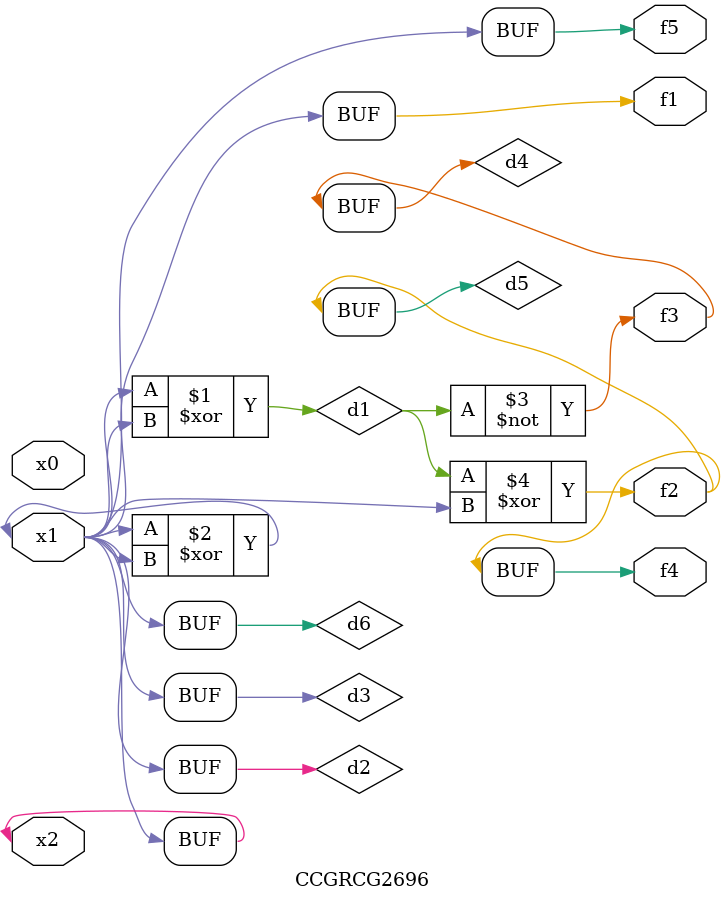
<source format=v>
module CCGRCG2696(
	input x0, x1, x2,
	output f1, f2, f3, f4, f5
);

	wire d1, d2, d3, d4, d5, d6;

	xor (d1, x1, x2);
	buf (d2, x1, x2);
	xor (d3, x1, x2);
	nor (d4, d1);
	xor (d5, d1, d2);
	buf (d6, d2, d3);
	assign f1 = d6;
	assign f2 = d5;
	assign f3 = d4;
	assign f4 = d5;
	assign f5 = d6;
endmodule

</source>
